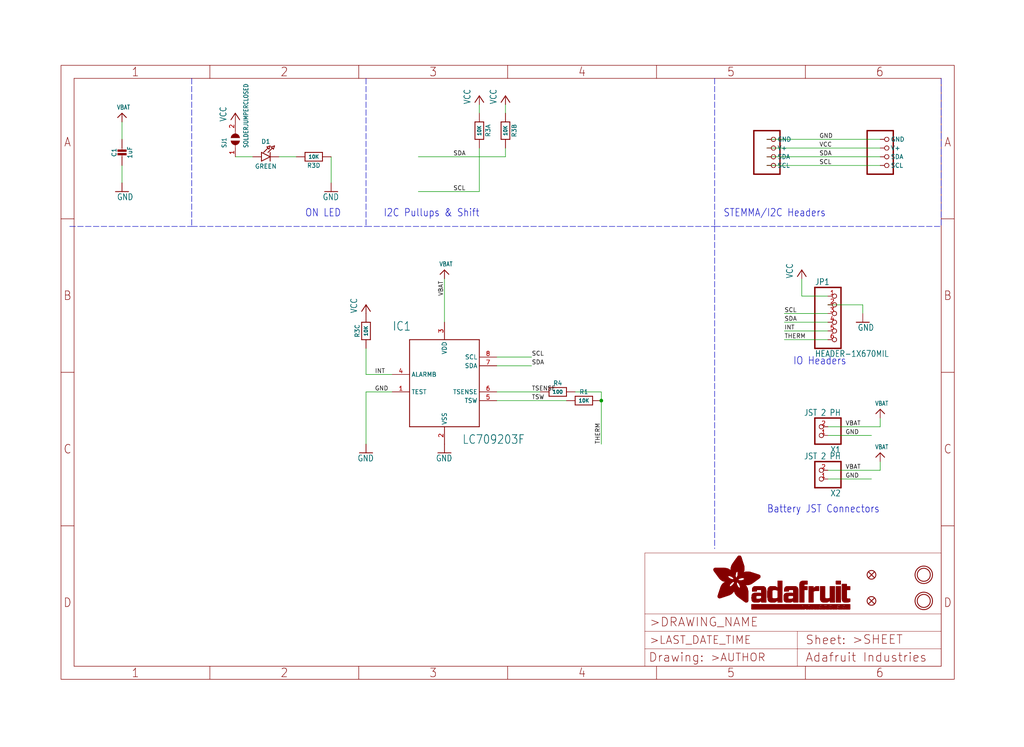
<source format=kicad_sch>
(kicad_sch (version 20211123) (generator eeschema)
  (paper "User" 298.45 217.881)
  (lib_symbols
    (symbol "eagleSchem-eagle-import:CAP_CERAMIC0603_NO"
      (property "Reference" "C" (at -2.29 1.25 90))
      (property "Value" "CAP_CERAMIC0603_NO" (at 2.3 1.25 90))
      (symbol "CAP_CERAMIC0603_NO_1_0"
        (pin passive line (at 0 5.08 270) (length 2.54) (name "1") (number "1"))
        (pin passive line (at 0 -2.54 90) (length 2.54) (name "2") (number "2"))
      )
    )
    (symbol "eagleSchem-eagle-import:CON_JST_PH_2PIN_BATT"
      (property "Reference" "X" (at -6.35 5.715 0))
      (property "Value" "CON_JST_PH_2PIN_BATT" (at -6.35 -5.08 0))
      (symbol "CON_JST_PH_2PIN_BATT_1_0"
        (pin passive inverted (at -2.54 2.54 0) (length 2.54) (name "1") (number "1"))
        (pin passive inverted (at -2.54 0 0) (length 2.54) (name "2") (number "2"))
      )
    )
    (symbol "eagleSchem-eagle-import:FIDUCIAL_1MM")
    (symbol "eagleSchem-eagle-import:FRAME_A4_ADAFRUIT"
      (symbol "FRAME_A4_ADAFRUIT_0_0"
        (text "1" (at 21.6958 1.905 0) (effects (font (size 2.54 2.286))))
        (text "1" (at 21.6958 177.165 0) (effects (font (size 2.54 2.286))))
        (text "2" (at 65.0875 1.905 0) (effects (font (size 2.54 2.286))))
        (text "2" (at 65.0875 177.165 0) (effects (font (size 2.54 2.286))))
        (text "3" (at 108.4792 1.905 0) (effects (font (size 2.54 2.286))))
        (text "3" (at 108.4792 177.165 0) (effects (font (size 2.54 2.286))))
        (text "4" (at 151.8708 1.905 0) (effects (font (size 2.54 2.286))))
        (text "4" (at 151.8708 177.165 0) (effects (font (size 2.54 2.286))))
        (text "5" (at 195.2625 1.905 0) (effects (font (size 2.54 2.286))))
        (text "5" (at 195.2625 177.165 0) (effects (font (size 2.54 2.286))))
        (text "6" (at 238.6542 1.905 0) (effects (font (size 2.54 2.286))))
        (text "6" (at 238.6542 177.165 0) (effects (font (size 2.54 2.286))))
        (text "A" (at 1.905 156.6863 0) (effects (font (size 2.54 2.286))))
        (text "A" (at 258.445 156.6863 0) (effects (font (size 2.54 2.286))))
        (text "B" (at 1.905 111.9188 0) (effects (font (size 2.54 2.286))))
        (text "B" (at 258.445 111.9188 0) (effects (font (size 2.54 2.286))))
        (text "C" (at 1.905 67.1513 0) (effects (font (size 2.54 2.286))))
        (text "C" (at 258.445 67.1513 0) (effects (font (size 2.54 2.286))))
        (text "D" (at 1.905 22.3838 0) (effects (font (size 2.54 2.286))))
        (text "D" (at 258.445 22.3838 0) (effects (font (size 2.54 2.286))))
      )
      (symbol "FRAME_A4_ADAFRUIT_1_0"
        (text ">AUTHOR" (at 189.23 5.08 0) (effects (font (size 2.286 2.286)) (justify left bottom)))
        (text ">DRAWING_NAME" (at 171.45 15.24 0) (effects (font (size 2.54 2.54)) (justify left bottom)))
        (text ">LAST_DATE_TIME" (at 171.45 10.16 0) (effects (font (size 2.286 2.286)) (justify left bottom)))
        (text ">SHEET" (at 230.505 10.16 0) (effects (font (size 2.54 2.54)) (justify left bottom)))
        (text "Adafruit Industries" (at 216.916 4.953 0) (effects (font (size 2.54 2.54)) (justify left bottom)))
        (text "Drawing:" (at 171.196 4.953 0) (effects (font (size 2.54 2.54)) (justify left bottom)))
        (text "Sheet:" (at 216.916 10.033 0) (effects (font (size 2.54 2.54)) (justify left bottom)))
      )
    )
    (symbol "eagleSchem-eagle-import:GND" (power)
      (property "Value" "GND" (at -2.54 -2.54 0))
      (symbol "GND_1_0"
        (pin power_in line (at 0 2.54 270) (length 2.54) (name "GND") (number "1"))
      )
    )
    (symbol "eagleSchem-eagle-import:HEADER-1X670MIL"
      (property "Reference" "JP" (at -6.35 10.795 0))
      (property "Value" "HEADER-1X670MIL" (at -6.35 -10.16 0))
      (symbol "HEADER-1X670MIL_1_0"
        (pin passive inverted (at -2.54 7.62 0) (length 2.54) (name "1") (number "1"))
        (pin passive inverted (at -2.54 5.08 0) (length 2.54) (name "2") (number "2"))
        (pin passive inverted (at -2.54 2.54 0) (length 2.54) (name "3") (number "3"))
        (pin passive inverted (at -2.54 0 0) (length 2.54) (name "4") (number "4"))
        (pin passive inverted (at -2.54 -2.54 0) (length 2.54) (name "5") (number "5"))
        (pin passive inverted (at -2.54 -5.08 0) (length 2.54) (name "6") (number "6"))
      )
    )
    (symbol "eagleSchem-eagle-import:LC709203F"
      (property "Value" "LC709203F" (at -15.24 -20.32 0))
      (symbol "LC709203F_1_0"
        (pin bidirectional line (at -15.24 -5.08 0) (length 5.08) (name "TEST") (number "1"))
        (pin power_in line (at 0 -20.32 90) (length 5.08) (name "VSS") (number "2"))
        (pin power_in line (at 0 15.24 270) (length 5.08) (name "VDD") (number "3"))
        (pin output line (at -15.24 0 0) (length 5.08) (name "ALARMB") (number "4"))
        (pin input line (at 15.24 -7.62 180) (length 5.08) (name "TSW") (number "5"))
        (pin power_in line (at 15.24 -5.08 180) (length 5.08) (name "TSENSE") (number "6"))
        (pin bidirectional line (at 15.24 2.54 180) (length 5.08) (name "SDA") (number "7"))
        (pin bidirectional line (at 15.24 5.08 180) (length 5.08) (name "SCL") (number "8"))
      )
    )
    (symbol "eagleSchem-eagle-import:LED0603_NOOUTLINE"
      (property "Reference" "D" (at -1.27 4.445 0))
      (property "Value" "LED0603_NOOUTLINE" (at -1.27 -2.794 0))
      (symbol "LED0603_NOOUTLINE_1_0"
        (pin passive line (at -5.08 0 0) (length 2.54) (name "A") (number "A"))
        (pin passive line (at 2.54 0 180) (length 2.54) (name "C") (number "C"))
      )
    )
    (symbol "eagleSchem-eagle-import:MOUNTINGHOLE2.5")
    (symbol "eagleSchem-eagle-import:RESISTOR_0603_NOOUT"
      (property "Reference" "R" (at 0 2.54 0))
      (property "Value" "RESISTOR_0603_NOOUT" (at 0 0 0))
      (symbol "RESISTOR_0603_NOOUT_1_0"
        (pin passive line (at -5.08 0 0) (length 2.54) (name "1") (number "1"))
        (pin passive line (at 5.08 0 180) (length 2.54) (name "2") (number "2"))
      )
    )
    (symbol "eagleSchem-eagle-import:RESISTOR_4PACK"
      (property "Reference" "R" (at 0 2.54 0))
      (property "Value" "RESISTOR_4PACK" (at 0 0 0))
      (symbol "RESISTOR_4PACK_1_0"
        (pin passive line (at -5.08 0 0) (length 2.54) (name "1") (number "1"))
        (pin passive line (at 5.08 0 180) (length 2.54) (name "2") (number "8"))
      )
      (symbol "RESISTOR_4PACK_2_0"
        (pin passive line (at -5.08 0 0) (length 2.54) (name "1") (number "2"))
        (pin passive line (at 5.08 0 180) (length 2.54) (name "2") (number "7"))
      )
      (symbol "RESISTOR_4PACK_3_0"
        (pin passive line (at -5.08 0 0) (length 2.54) (name "1") (number "3"))
        (pin passive line (at 5.08 0 180) (length 2.54) (name "2") (number "6"))
      )
      (symbol "RESISTOR_4PACK_4_0"
        (pin passive line (at -5.08 0 0) (length 2.54) (name "1") (number "4"))
        (pin passive line (at 5.08 0 180) (length 2.54) (name "2") (number "5"))
      )
    )
    (symbol "eagleSchem-eagle-import:SOLDERJUMPERCLOSED"
      (property "Reference" "SJ" (at -2.54 2.54 0))
      (property "Value" "SOLDERJUMPERCLOSED" (at -2.54 -3.81 0))
      (symbol "SOLDERJUMPERCLOSED_1_0"
        (pin passive line (at -5.08 0 0) (length 2.54) (name "1") (number "1"))
        (pin passive line (at 5.08 0 180) (length 2.54) (name "2") (number "2"))
      )
    )
    (symbol "eagleSchem-eagle-import:STEMMA_I2C_QT"
      (symbol "STEMMA_I2C_QT_1_0"
        (pin passive inverted (at 0 5.08 0) (length 2.54) (name "GND") (number "1"))
        (pin passive inverted (at 0 2.54 0) (length 2.54) (name "V+") (number "2"))
        (pin passive inverted (at 0 0 0) (length 2.54) (name "SDA") (number "3"))
        (pin passive inverted (at 0 -2.54 0) (length 2.54) (name "SCL") (number "4"))
      )
      (symbol "STEMMA_I2C_QT_2_0"
        (pin bidirectional line (at 0 0 0) (length 5.08) (name "MT") (number "MT1"))
      )
      (symbol "STEMMA_I2C_QT_3_0"
        (pin bidirectional line (at 0 0 0) (length 5.08) (name "MT") (number "MT2"))
      )
    )
    (symbol "eagleSchem-eagle-import:VBAT" (power)
      (property "Value" "VBAT" (at -1.524 1.016 0))
      (symbol "VBAT_1_0"
        (pin power_in line (at 0 -2.54 90) (length 2.54) (name "VBAT") (number "1"))
      )
    )
    (symbol "eagleSchem-eagle-import:VCC" (power)
      (property "Value" "VCC" (at -2.54 -2.54 90))
      (symbol "VCC_1_0"
        (pin power_in line (at 0 -2.54 90) (length 2.54) (name "VCC") (number "1"))
      )
    )
  )
  (junction (at 175.26 116.84))
  (wire (pts (xy 241.3 88.9) (xy 251.46 88.9)))
  (polyline (pts (xy 55.88 66.04) (xy 106.68 66.04)))
  (wire (pts (xy 144.78 116.84) (xy 165.1 116.84)))
  (wire (pts (xy 241.3 91.44) (xy 228.6 91.44)))
  (polyline (pts (xy 208.28 66.04) (xy 208.28 160.02)))
  (polyline (pts (xy 106.68 66.04) (xy 208.28 66.04)))
  (wire (pts (xy 241.3 86.36) (xy 233.68 86.36)))
  (wire (pts (xy 147.32 43.18) (xy 147.32 45.72)))
  (wire (pts (xy 256.54 45.72) (xy 223.52 45.72)))
  (wire (pts (xy 241.3 124.46) (xy 256.54 124.46)))
  (polyline (pts (xy 106.68 22.86) (xy 106.68 66.04)))
  (wire (pts (xy 241.3 127) (xy 254 127)))
  (wire (pts (xy 68.58 45.72) (xy 73.66 45.72)))
  (wire (pts (xy 241.3 93.98) (xy 228.6 93.98)))
  (wire (pts (xy 147.32 33.02) (xy 147.32 30.48)))
  (wire (pts (xy 144.78 114.3) (xy 157.48 114.3)))
  (polyline (pts (xy 208.28 66.04) (xy 274.32 66.04)))
  (polyline (pts (xy 208.28 22.86) (xy 208.28 66.04)))
  (wire (pts (xy 114.3 114.3) (xy 106.68 114.3)))
  (wire (pts (xy 114.3 109.22) (xy 106.68 109.22)))
  (wire (pts (xy 241.3 139.7) (xy 254 139.7)))
  (wire (pts (xy 233.68 86.36) (xy 233.68 81.28)))
  (wire (pts (xy 241.3 96.52) (xy 228.6 96.52)))
  (wire (pts (xy 106.68 114.3) (xy 106.68 129.54)))
  (wire (pts (xy 81.28 45.72) (xy 86.36 45.72)))
  (wire (pts (xy 175.26 114.3) (xy 175.26 116.84)))
  (wire (pts (xy 129.54 93.98) (xy 129.54 81.28)))
  (wire (pts (xy 223.52 48.26) (xy 256.54 48.26)))
  (polyline (pts (xy 20.32 66.04) (xy 55.88 66.04)))
  (wire (pts (xy 256.54 137.16) (xy 256.54 134.62)))
  (wire (pts (xy 35.56 35.56) (xy 35.56 40.64)))
  (wire (pts (xy 223.52 43.18) (xy 256.54 43.18)))
  (wire (pts (xy 251.46 88.9) (xy 251.46 91.44)))
  (wire (pts (xy 106.68 109.22) (xy 106.68 101.6)))
  (wire (pts (xy 256.54 124.46) (xy 256.54 121.92)))
  (polyline (pts (xy 55.88 22.86) (xy 55.88 66.04)))
  (wire (pts (xy 256.54 40.64) (xy 223.52 40.64)))
  (wire (pts (xy 241.3 137.16) (xy 256.54 137.16)))
  (wire (pts (xy 167.64 114.3) (xy 175.26 114.3)))
  (wire (pts (xy 139.7 43.18) (xy 139.7 55.88)))
  (wire (pts (xy 96.52 45.72) (xy 96.52 53.34)))
  (wire (pts (xy 139.7 30.48) (xy 139.7 33.02)))
  (wire (pts (xy 175.26 116.84) (xy 175.26 129.54)))
  (wire (pts (xy 147.32 45.72) (xy 121.92 45.72)))
  (polyline (pts (xy 274.32 22.86) (xy 274.32 66.04)))
  (wire (pts (xy 144.78 104.14) (xy 154.94 104.14)))
  (wire (pts (xy 35.56 48.26) (xy 35.56 53.34)))
  (wire (pts (xy 241.3 99.06) (xy 228.6 99.06)))
  (wire (pts (xy 144.78 106.68) (xy 154.94 106.68)))
  (wire (pts (xy 139.7 55.88) (xy 121.92 55.88)))
  (text "STEMMA/I2C Headers" (at 210.82 63.5 180) (effects (font (size 2.1844 1.8567)) (justify left bottom)))
  (text "IO Headers" (at 231.14 106.68 180) (effects (font (size 2.1844 1.8567)) (justify left bottom)))
  (text "ON LED" (at 88.9 63.5 180) (effects (font (size 2.1844 1.8567)) (justify left bottom)))
  (text "I2C Pullups & Shift" (at 111.76 63.5 180) (effects (font (size 2.1844 1.8567)) (justify left bottom)))
  (text "Battery JST Connectors" (at 223.52 149.86 180) (effects (font (size 2.1844 1.8567)) (justify left bottom)))
  (label "VBAT" (at 246.38 137.16 0) (effects (font (size 1.2446 1.2446))))
  (label "GND" (at 246.38 139.7 0) (effects (font (size 1.2446 1.2446))))
  (label "GND" (at 238.76 40.64 0) (effects (font (size 1.2446 1.2446))))
  (label "SDA" (at 228.6 93.98 0) (effects (font (size 1.2446 1.2446))))
  (label "SCL" (at 132.08 55.88 0) (effects (font (size 1.2446 1.2446))))
  (label "SDA" (at 154.94 106.68 0) (effects (font (size 1.2446 1.2446))))
  (label "THERM" (at 175.26 129.54 90) (effects (font (size 1.2446 1.2446))))
  (label "INT" (at 109.22 109.22 0) (effects (font (size 1.2446 1.2446))))
  (label "VCC" (at 238.76 43.18 0) (effects (font (size 1.2446 1.2446))))
  (label "TSENSE" (at 154.94 114.3 0) (effects (font (size 1.2446 1.2446))))
  (label "SCL" (at 228.6 91.44 0) (effects (font (size 1.2446 1.2446))))
  (label "INT" (at 228.6 96.52 0) (effects (font (size 1.2446 1.2446))))
  (label "SDA" (at 238.76 45.72 0) (effects (font (size 1.2446 1.2446))))
  (label "GND" (at 246.38 127 0) (effects (font (size 1.2446 1.2446))))
  (label "TSW" (at 154.94 116.84 0) (effects (font (size 1.2446 1.2446))))
  (label "GND" (at 109.22 114.3 0) (effects (font (size 1.2446 1.2446))))
  (label "SDA" (at 132.08 45.72 0) (effects (font (size 1.2446 1.2446))))
  (label "VBAT" (at 246.38 124.46 0) (effects (font (size 1.2446 1.2446))))
  (label "SCL" (at 238.76 48.26 0) (effects (font (size 1.2446 1.2446))))
  (label "VBAT" (at 129.54 86.36 90) (effects (font (size 1.2446 1.2446))))
  (label "SCL" (at 154.94 104.14 0) (effects (font (size 1.2446 1.2446))))
  (label "THERM" (at 228.6 99.06 0) (effects (font (size 1.2446 1.2446))))
  (symbol (lib_id "eagleSchem-eagle-import:CON_JST_PH_2PIN_BATT") (at 238.76 137.16 180) (unit 1)
    (property "Reference" "X2" (at 245.11 142.875 0) (effects (font (size 1.778 1.5113)) (justify left bottom)))
    (property "Value" "JST 2 PH" (at 245.11 132.08 0) (effects (font (size 1.778 1.5113)) (justify left bottom)))
    (property "Footprint" "eagleSchem:JSTPH2_BATT" (effects hide))
  )
  (symbol (lib_id "eagleSchem-eagle-import:RESISTOR_0603_NOOUT") (at 162.56 114.3 0) (unit 1)
    (property "Reference" "R4" (at 162.56 111.76 0))
    (property "Value" "100" (at 162.56 114.3 0) (effects (font (size 1.016 1.016) bold)))
    (property "Footprint" "eagleSchem:0603-NO" (effects hide))
  )
  (symbol (lib_id "eagleSchem-eagle-import:STEMMA_I2C_QT") (at 256.54 45.72 0) (unit 1)
    (property "Reference" "CONN4" (effects hide))
    (property "Value" "STEMMA_I2C_QT" (effects hide))
    (property "Footprint" "eagleSchem:JST_SH4" (effects hide))
  )
  (symbol (lib_id "eagleSchem-eagle-import:CAP_CERAMIC0603_NO") (at 35.56 45.72 0) (unit 1)
    (property "Reference" "C1" (at 33.27 44.47 90))
    (property "Value" "1uF" (at 37.86 44.47 90))
    (property "Footprint" "eagleSchem:0603-NO" (effects hide))
  )
  (symbol (lib_id "eagleSchem-eagle-import:RESISTOR_0603_NOOUT") (at 170.18 116.84 0) (unit 1)
    (property "Reference" "R1" (at 170.18 114.3 0))
    (property "Value" "10K" (at 170.18 116.84 0) (effects (font (size 1.016 1.016) bold)))
    (property "Footprint" "eagleSchem:0603-NO" (effects hide))
  )
  (symbol (lib_id "eagleSchem-eagle-import:RESISTOR_4PACK") (at 106.68 96.52 90) (unit 3)
    (property "Reference" "R3" (at 104.14 96.52 0))
    (property "Value" "10K" (at 106.68 96.52 0) (effects (font (size 1.016 1.016) bold)))
    (property "Footprint" "eagleSchem:RESPACK_4X0603" (effects hide))
  )
  (symbol (lib_id "eagleSchem-eagle-import:VBAT") (at 129.54 78.74 0) (unit 1)
    (property "Reference" "#U$1" (effects hide))
    (property "Value" "VBAT" (at 128.016 77.724 0) (effects (font (size 1.27 1.0795)) (justify left bottom)))
    (property "Footprint" "eagleSchem:" (effects hide))
  )
  (symbol (lib_id "eagleSchem-eagle-import:VCC") (at 139.7 27.94 0) (unit 1)
    (property "Reference" "#P+1" (effects hide))
    (property "Value" "VCC" (at 137.16 30.48 90) (effects (font (size 1.778 1.5113)) (justify left bottom)))
    (property "Footprint" "eagleSchem:" (effects hide))
  )
  (symbol (lib_id "eagleSchem-eagle-import:RESISTOR_4PACK") (at 91.44 45.72 180) (unit 4)
    (property "Reference" "R3" (at 91.44 48.26 0))
    (property "Value" "10K" (at 91.44 45.72 0) (effects (font (size 1.016 1.016) bold)))
    (property "Footprint" "eagleSchem:RESPACK_4X0603" (effects hide))
  )
  (symbol (lib_id "eagleSchem-eagle-import:VCC") (at 147.32 27.94 0) (unit 1)
    (property "Reference" "#P+2" (effects hide))
    (property "Value" "VCC" (at 144.78 30.48 90) (effects (font (size 1.778 1.5113)) (justify left bottom)))
    (property "Footprint" "eagleSchem:" (effects hide))
  )
  (symbol (lib_id "eagleSchem-eagle-import:FRAME_A4_ADAFRUIT") (at 17.78 198.12 0) (unit 1)
    (property "Reference" "#U$18" (effects hide))
    (property "Value" "FRAME_A4_ADAFRUIT" (effects hide))
    (property "Footprint" "eagleSchem:" (effects hide))
  )
  (symbol (lib_id "eagleSchem-eagle-import:VCC") (at 68.58 33.02 0) (unit 1)
    (property "Reference" "#P+6" (effects hide))
    (property "Value" "VCC" (at 66.04 35.56 90) (effects (font (size 1.778 1.5113)) (justify left bottom)))
    (property "Footprint" "eagleSchem:" (effects hide))
  )
  (symbol (lib_id "eagleSchem-eagle-import:VCC") (at 233.68 78.74 0) (unit 1)
    (property "Reference" "#P+4" (effects hide))
    (property "Value" "VCC" (at 231.14 81.28 90) (effects (font (size 1.778 1.5113)) (justify left bottom)))
    (property "Footprint" "eagleSchem:" (effects hide))
  )
  (symbol (lib_id "eagleSchem-eagle-import:VBAT") (at 35.56 33.02 0) (unit 1)
    (property "Reference" "#U$2" (effects hide))
    (property "Value" "VBAT" (at 34.036 32.004 0) (effects (font (size 1.27 1.0795)) (justify left bottom)))
    (property "Footprint" "eagleSchem:" (effects hide))
  )
  (symbol (lib_id "eagleSchem-eagle-import:STEMMA_I2C_QT") (at 223.52 45.72 0) (unit 1)
    (property "Reference" "CONN3" (effects hide))
    (property "Value" "STEMMA_I2C_QT" (effects hide))
    (property "Footprint" "eagleSchem:JST_SH4" (effects hide))
  )
  (symbol (lib_id "eagleSchem-eagle-import:GND") (at 251.46 93.98 0) (unit 1)
    (property "Reference" "#U$10" (effects hide))
    (property "Value" "GND" (at 249.936 96.52 0) (effects (font (size 1.778 1.5113)) (justify left bottom)))
    (property "Footprint" "eagleSchem:" (effects hide))
  )
  (symbol (lib_id "eagleSchem-eagle-import:RESISTOR_4PACK") (at 139.7 38.1 270) (unit 1)
    (property "Reference" "R3" (at 142.24 38.1 0))
    (property "Value" "10K" (at 139.7 38.1 0) (effects (font (size 1.016 1.016) bold)))
    (property "Footprint" "eagleSchem:RESPACK_4X0603" (effects hide))
  )
  (symbol (lib_id "eagleSchem-eagle-import:VCC") (at 106.68 88.9 0) (unit 1)
    (property "Reference" "#P+3" (effects hide))
    (property "Value" "VCC" (at 104.14 91.44 90) (effects (font (size 1.778 1.5113)) (justify left bottom)))
    (property "Footprint" "eagleSchem:" (effects hide))
  )
  (symbol (lib_id "eagleSchem-eagle-import:GND") (at 106.68 132.08 0) (unit 1)
    (property "Reference" "#GND3" (effects hide))
    (property "Value" "GND" (at 104.14 134.62 0) (effects (font (size 1.778 1.5113)) (justify left bottom)))
    (property "Footprint" "eagleSchem:" (effects hide))
  )
  (symbol (lib_id "eagleSchem-eagle-import:RESISTOR_4PACK") (at 147.32 38.1 270) (unit 2)
    (property "Reference" "R3" (at 149.86 38.1 0))
    (property "Value" "10K" (at 147.32 38.1 0) (effects (font (size 1.016 1.016) bold)))
    (property "Footprint" "eagleSchem:RESPACK_4X0603" (effects hide))
  )
  (symbol (lib_id "eagleSchem-eagle-import:CON_JST_PH_2PIN_BATT") (at 238.76 124.46 180) (unit 1)
    (property "Reference" "X1" (at 245.11 130.175 0) (effects (font (size 1.778 1.5113)) (justify left bottom)))
    (property "Value" "JST 2 PH" (at 245.11 119.38 0) (effects (font (size 1.778 1.5113)) (justify left bottom)))
    (property "Footprint" "eagleSchem:JSTPH2_BATT" (effects hide))
  )
  (symbol (lib_id "eagleSchem-eagle-import:LC709203F") (at 129.54 109.22 0) (unit 1)
    (property "Reference" "IC1" (at 114.3 96.52 0) (effects (font (size 2.54 2.159)) (justify left bottom)))
    (property "Value" "LC709203F" (at 134.62 129.54 0) (effects (font (size 2.54 2.159)) (justify left bottom)))
    (property "Footprint" "eagleSchem:WDFN8_3X4_0.65" (effects hide))
  )
  (symbol (lib_id "eagleSchem-eagle-import:LED0603_NOOUTLINE") (at 78.74 45.72 0) (unit 1)
    (property "Reference" "D1" (at 77.47 41.275 0))
    (property "Value" "GREEN" (at 77.47 48.514 0))
    (property "Footprint" "eagleSchem:CHIPLED_0603_NOOUTLINE" (effects hide))
  )
  (symbol (lib_id "eagleSchem-eagle-import:GND") (at 129.54 132.08 0) (unit 1)
    (property "Reference" "#GND1" (effects hide))
    (property "Value" "GND" (at 127 134.62 0) (effects (font (size 1.778 1.5113)) (justify left bottom)))
    (property "Footprint" "eagleSchem:" (effects hide))
  )
  (symbol (lib_id "eagleSchem-eagle-import:HEADER-1X670MIL") (at 243.84 93.98 0) (unit 1)
    (property "Reference" "JP1" (at 237.49 83.185 0) (effects (font (size 1.778 1.5113)) (justify left bottom)))
    (property "Value" "HEADER-1X670MIL" (at 237.49 104.14 0) (effects (font (size 1.778 1.5113)) (justify left bottom)))
    (property "Footprint" "eagleSchem:1X06_ROUND_70" (effects hide))
  )
  (symbol (lib_id "eagleSchem-eagle-import:MOUNTINGHOLE2.5") (at 269.24 167.64 0) (unit 1)
    (property "Reference" "U$19" (effects hide))
    (property "Value" "MOUNTINGHOLE2.5" (effects hide))
    (property "Footprint" "eagleSchem:MOUNTINGHOLE_2.5_PLATED" (effects hide))
  )
  (symbol (lib_id "eagleSchem-eagle-import:VBAT") (at 256.54 119.38 0) (unit 1)
    (property "Reference" "#U$3" (effects hide))
    (property "Value" "VBAT" (at 255.016 118.364 0) (effects (font (size 1.27 1.0795)) (justify left bottom)))
    (property "Footprint" "eagleSchem:" (effects hide))
  )
  (symbol (lib_id "eagleSchem-eagle-import:GND") (at 96.52 55.88 0) (unit 1)
    (property "Reference" "#GND6" (effects hide))
    (property "Value" "GND" (at 93.98 58.42 0) (effects (font (size 1.778 1.5113)) (justify left bottom)))
    (property "Footprint" "eagleSchem:" (effects hide))
  )
  (symbol (lib_id "eagleSchem-eagle-import:VBAT") (at 256.54 132.08 0) (unit 1)
    (property "Reference" "#U$4" (effects hide))
    (property "Value" "VBAT" (at 255.016 131.064 0) (effects (font (size 1.27 1.0795)) (justify left bottom)))
    (property "Footprint" "eagleSchem:" (effects hide))
  )
  (symbol (lib_id "eagleSchem-eagle-import:SOLDERJUMPERCLOSED") (at 68.58 40.64 90) (unit 1)
    (property "Reference" "SJ1" (at 66.04 43.18 0) (effects (font (size 1.27 1.0795)) (justify left bottom)))
    (property "Value" "SOLDERJUMPERCLOSED" (at 72.39 43.18 0) (effects (font (size 1.27 1.0795)) (justify left bottom)))
    (property "Footprint" "eagleSchem:SOLDERJUMPER_CLOSEDWIRE" (effects hide))
  )
  (symbol (lib_id "eagleSchem-eagle-import:FIDUCIAL_1MM") (at 254 167.64 0) (unit 1)
    (property "Reference" "FID4" (effects hide))
    (property "Value" "FIDUCIAL_1MM" (effects hide))
    (property "Footprint" "eagleSchem:FIDUCIAL_1MM" (effects hide))
  )
  (symbol (lib_id "eagleSchem-eagle-import:GND") (at 35.56 55.88 0) (unit 1)
    (property "Reference" "#U$6" (effects hide))
    (property "Value" "GND" (at 34.036 58.42 0) (effects (font (size 1.778 1.5113)) (justify left bottom)))
    (property "Footprint" "eagleSchem:" (effects hide))
  )
  (symbol (lib_id "eagleSchem-eagle-import:MOUNTINGHOLE2.5") (at 269.24 175.26 0) (unit 1)
    (property "Reference" "U$21" (effects hide))
    (property "Value" "MOUNTINGHOLE2.5" (effects hide))
    (property "Footprint" "eagleSchem:MOUNTINGHOLE_2.5_PLATED" (effects hide))
  )
  (symbol (lib_id "eagleSchem-eagle-import:FIDUCIAL_1MM") (at 254 175.26 0) (unit 1)
    (property "Reference" "FID3" (effects hide))
    (property "Value" "FIDUCIAL_1MM" (effects hide))
    (property "Footprint" "eagleSchem:FIDUCIAL_1MM" (effects hide))
  )
)
</source>
